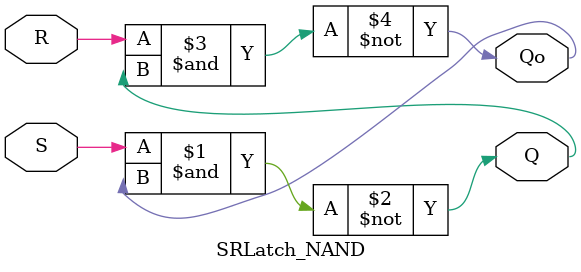
<source format=v>
module SRLatch_NAND(Qo, Q, R, S);
  input S, R;
  output reg Q, Qo;
  nand N1(Q, S, Qo);
  nand N2( Qo, R, Q);
endmodule
</source>
